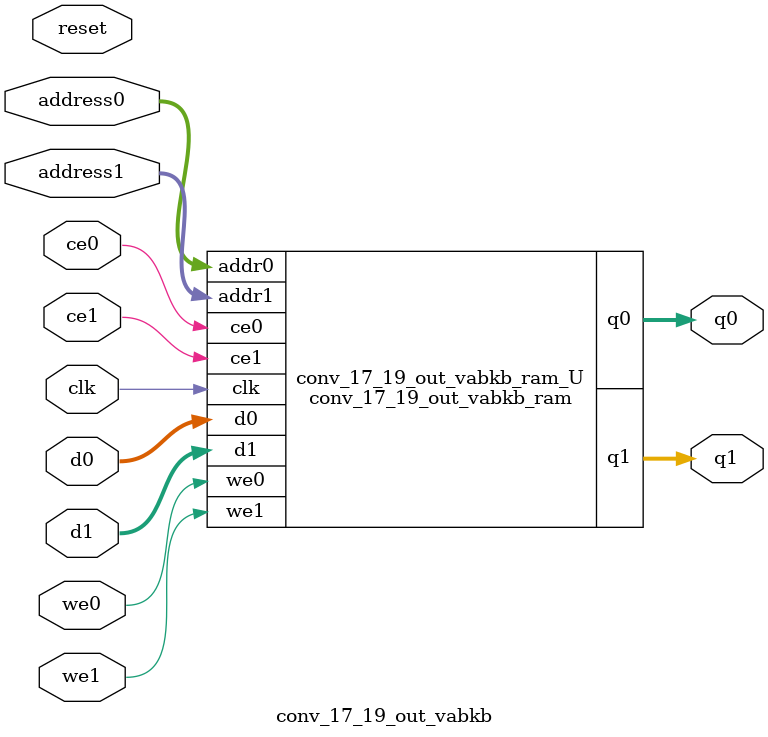
<source format=v>

`timescale 1 ns / 1 ps
module conv_17_19_out_vabkb_ram (addr0, ce0, d0, we0, q0, addr1, ce1, d1, we1, q1,  clk);

parameter DWIDTH = 16;
parameter AWIDTH = 6;
parameter MEM_SIZE = 64;

input[AWIDTH-1:0] addr0;
input ce0;
input[DWIDTH-1:0] d0;
input we0;
output reg[DWIDTH-1:0] q0;
input[AWIDTH-1:0] addr1;
input ce1;
input[DWIDTH-1:0] d1;
input we1;
output reg[DWIDTH-1:0] q1;
input clk;

(* ram_style = "block" *)reg [DWIDTH-1:0] ram[0:MEM_SIZE-1];




always @(posedge clk)  
begin 
    if (ce0) 
    begin
        if (we0) 
        begin 
            ram[addr0] <= d0; 
            q0 <= d0;
        end 
        else 
            q0 <= ram[addr0];
    end
end


always @(posedge clk)  
begin 
    if (ce1) 
    begin
        if (we1) 
        begin 
            ram[addr1] <= d1; 
            q1 <= d1;
        end 
        else 
            q1 <= ram[addr1];
    end
end


endmodule


`timescale 1 ns / 1 ps
module conv_17_19_out_vabkb(
    reset,
    clk,
    address0,
    ce0,
    we0,
    d0,
    q0,
    address1,
    ce1,
    we1,
    d1,
    q1);

parameter DataWidth = 32'd16;
parameter AddressRange = 32'd64;
parameter AddressWidth = 32'd6;
input reset;
input clk;
input[AddressWidth - 1:0] address0;
input ce0;
input we0;
input[DataWidth - 1:0] d0;
output[DataWidth - 1:0] q0;
input[AddressWidth - 1:0] address1;
input ce1;
input we1;
input[DataWidth - 1:0] d1;
output[DataWidth - 1:0] q1;



conv_17_19_out_vabkb_ram conv_17_19_out_vabkb_ram_U(
    .clk( clk ),
    .addr0( address0 ),
    .ce0( ce0 ),
    .d0( d0 ),
    .we0( we0 ),
    .q0( q0 ),
    .addr1( address1 ),
    .ce1( ce1 ),
    .d1( d1 ),
    .we1( we1 ),
    .q1( q1 ));

endmodule


</source>
